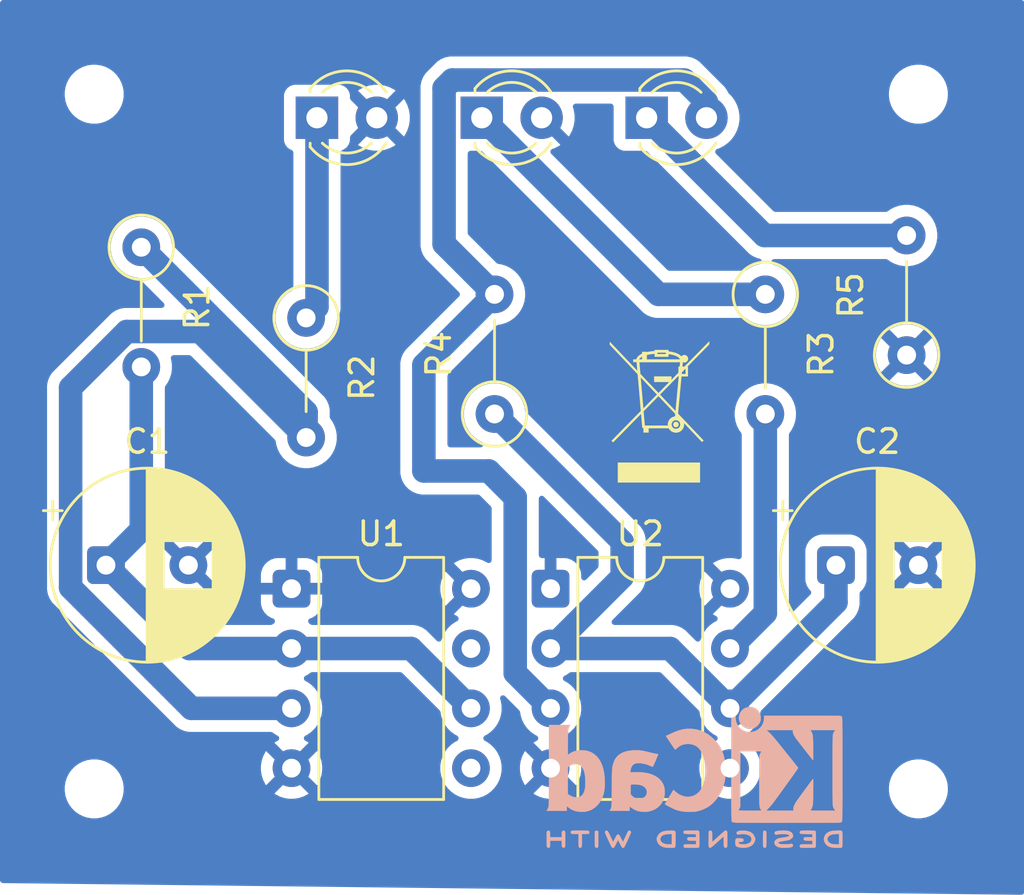
<source format=kicad_pcb>
(kicad_pcb (version 20241229) (generator "pcbnew") (generator_version "9.0")
  (layers (0 "F.Cu" signal) (2 "B.Cu" signal) (13 "F.Paste" user) (15 "B.Paste" user) (5 "F.SilkS" user "F.Silkscreen") (7 "B.SilkS" user "B.Silkscreen") (1 "F.Mask" user) (3 "B.Mask" user) (25 "Edge.Cuts" user))
  (net 0 "")
  (net 1 "Net-(D1-K)")
  (net 2 "Net-(D2-A)")
  (net 3 "GND")
  (net 4 "Net-(U1-THR)")
  (net 5 "Net-(U2-THR)")
  (net 6 "Net-(D2-K)")
  (net 7 "Net-(D3-K)")
  (net 8 "Net-(U1-Q)")
  (net 9 "Net-(U2-DIS)")
  (footprint "Package_DIP:DIP-8_W7.62mm" (layer "F.Cu") (at 153.38 103.5)
    (property "Reference" "U1" (at 3.81 -2.33 0) (layer "F.SilkS"))
    (property "Value" "NE555P" (hide yes))
    (pad "1" thru_hole roundrect (at 0 0) (size 1.6 1.6) (drill 0.8) (layers "*.Cu" "*.Mask") (roundrect_rratio 0.15625) (net 3 "GND"))
    (pad "2" thru_hole circle (at 0 2.54) (size 1.6 1.6) (drill 0.8) (layers "*.Cu" "*.Mask") (net 4 "Net-(U1-THR)"))
    (pad "3" thru_hole circle (at 0 5.08) (size 1.6 1.6) (drill 0.8) (layers "*.Cu" "*.Mask") (net 8 "Net-(U1-Q)"))
    (pad "4" thru_hole circle (at 0 7.62) (size 1.6 1.6) (drill 0.8) (layers "*.Cu" "*.Mask") (net 3 "GND"))
    (pad "5" thru_hole circle (at 7.62 7.62) (size 1.6 1.6) (drill 0.8) (layers "*.Cu" "*.Mask"))
    (pad "6" thru_hole circle (at 7.62 5.08) (size 1.6 1.6) (drill 0.8) (layers "*.Cu" "*.Mask") (net 4 "Net-(U1-THR)"))
    (pad "7" thru_hole circle (at 7.62 2.54) (size 1.6 1.6) (drill 0.8) (layers "*.Cu" "*.Mask"))
    (pad "8" thru_hole circle (at 7.62 0) (size 1.6 1.6) (drill 0.8) (layers "*.Cu" "*.Mask") (net 3 "GND"))
  )
  (footprint "MountingHole:MountingHole_2mm" (layer "F.Cu") (at 145 82.5)
    (property "Reference" "H1" (hide yes))
    (property "Value" "MountingHole" (hide yes))
    (pad "" np_thru_hole circle (at 0 0) (size 2 2) (drill 2) (layers "*.Cu" "*.Mask"))
  )
  (footprint "LED_THT:LED_D3.0mm" (layer "F.Cu") (at 154.46 83.5)
    (property "Reference" "D1" (hide yes))
    (property "Value" "Red")
    (pad "1" thru_hole rect (at 0 0) (size 1.8 1.8) (drill 0.9) (layers "*.Cu" "*.Mask") (net 1 "Net-(D1-K)"))
    (pad "2" thru_hole circle (at 2.54 0) (size 1.8 1.8) (drill 0.9) (layers "*.Cu" "*.Mask") (net 3 "GND"))
  )
  (footprint "MountingHole:MountingHole_2mm" (layer "F.Cu") (at 180 82.5)
    (property "Reference" "H2" (hide yes))
    (property "Value" "MountingHole" (hide yes))
    (pad "" np_thru_hole circle (at 0 0) (size 2 2) (drill 2) (layers "*.Cu" "*.Mask"))
  )
  (footprint "Resistor_THT:R_Axial_DIN0207_L6.3mm_D2.5mm_P5.08mm_Vertical" (layer "F.Cu") (at 179.5 93.58 90)
    (property "Reference" "R5" (at 2.54 -2.37 90) (layer "F.SilkS"))
    (property "Value" "220" (hide yes))
    (pad "1" thru_hole circle (at 0 0 90) (size 1.6 1.6) (drill 0.8) (layers "*.Cu" "*.Mask") (net 3 "GND"))
    (pad "2" thru_hole circle (at 5.08 0 90) (size 1.6 1.6) (drill 0.8) (layers "*.Cu" "*.Mask") (net 6 "Net-(D2-K)"))
  )
  (footprint "Resistor_THT:R_Axial_DIN0207_L6.3mm_D2.5mm_P5.08mm_Vertical" (layer "F.Cu") (at 154 92 -90)
    (property "Reference" "R2" (at 2.54 -2.37 90) (layer "F.SilkS"))
    (property "Value" "220" (hide yes))
    (pad "1" thru_hole circle (at 0 0 270) (size 1.6 1.6) (drill 0.8) (layers "*.Cu" "*.Mask") (net 1 "Net-(D1-K)"))
    (pad "2" thru_hole circle (at 5.08 0 270) (size 1.6 1.6) (drill 0.8) (layers "*.Cu" "*.Mask") (net 8 "Net-(U1-Q)"))
  )
  (footprint "LED_THT:LED_D3.0mm" (layer "F.Cu") (at 168.46 83.5)
    (property "Reference" "D2" (hide yes))
    (property "Value" "Green")
    (pad "1" thru_hole rect (at 0 0) (size 1.8 1.8) (drill 0.9) (layers "*.Cu" "*.Mask") (net 6 "Net-(D2-K)"))
    (pad "2" thru_hole circle (at 2.54 0) (size 1.8 1.8) (drill 0.9) (layers "*.Cu" "*.Mask") (net 2 "Net-(D2-A)"))
  )
  (footprint "Resistor_THT:R_Axial_DIN0207_L6.3mm_D2.5mm_P5.08mm_Vertical" (layer "F.Cu") (at 162 96.08 90)
    (property "Reference" "R4" (at 2.54 -2.37 90) (layer "F.SilkS"))
    (property "Value" "33k" (hide yes))
    (pad "1" thru_hole circle (at 0 0 90) (size 1.6 1.6) (drill 0.8) (layers "*.Cu" "*.Mask") (net 5 "Net-(U2-THR)"))
    (pad "2" thru_hole circle (at 5.08 0 90) (size 1.6 1.6) (drill 0.8) (layers "*.Cu" "*.Mask") (net 2 "Net-(D2-A)"))
  )
  (footprint "Package_DIP:DIP-8_W7.62mm" (layer "F.Cu") (at 164.38 103.5)
    (property "Reference" "U2" (at 3.81 -2.33 0) (layer "F.SilkS"))
    (property "Value" "NE555P" (hide yes))
    (pad "1" thru_hole roundrect (at 0 0) (size 1.6 1.6) (drill 0.8) (layers "*.Cu" "*.Mask") (roundrect_rratio 0.15625) (net 3 "GND"))
    (pad "2" thru_hole circle (at 0 2.54) (size 1.6 1.6) (drill 0.8) (layers "*.Cu" "*.Mask") (net 5 "Net-(U2-THR)"))
    (pad "3" thru_hole circle (at 0 5.08) (size 1.6 1.6) (drill 0.8) (layers "*.Cu" "*.Mask") (net 2 "Net-(D2-A)"))
    (pad "4" thru_hole circle (at 0 7.62) (size 1.6 1.6) (drill 0.8) (layers "*.Cu" "*.Mask") (net 3 "GND"))
    (pad "5" thru_hole circle (at 7.62 7.62) (size 1.6 1.6) (drill 0.8) (layers "*.Cu" "*.Mask"))
    (pad "6" thru_hole circle (at 7.62 5.08) (size 1.6 1.6) (drill 0.8) (layers "*.Cu" "*.Mask") (net 5 "Net-(U2-THR)"))
    (pad "7" thru_hole circle (at 7.62 2.54) (size 1.6 1.6) (drill 0.8) (layers "*.Cu" "*.Mask") (net 9 "Net-(U2-DIS)"))
    (pad "8" thru_hole circle (at 7.62 0) (size 1.6 1.6) (drill 0.8) (layers "*.Cu" "*.Mask") (net 3 "GND"))
  )
  (footprint "Symbol:WEEE-Logo_4.2x6mm_SilkScreen" (layer "F.Cu") (at 169 96)
    (property "Reference" "REF**" (hide yes))
    (property "Value" "WEEE-Logo_4.2x6mm_SilkScreen" (hide yes))
  )
  (footprint "MountingHole:MountingHole_2mm" (layer "F.Cu") (at 180 112)
    (property "Reference" "H4" (hide yes))
    (property "Value" "MountingHole" (hide yes))
    (pad "" np_thru_hole circle (at 0 0) (size 2 2) (drill 2) (layers "*.Cu" "*.Mask"))
  )
  (footprint "MountingHole:MountingHole_2mm" (layer "F.Cu") (at 145 112)
    (property "Reference" "H3" (hide yes))
    (property "Value" "MountingHole" (hide yes))
    (pad "" np_thru_hole circle (at 0 0) (size 2 2) (drill 2) (layers "*.Cu" "*.Mask"))
  )
  (footprint "Capacitor_THT:CP_Radial_D8.0mm_P3.50mm" (layer "F.Cu") (at 176.5 102.5)
    (property "Reference" "C2" (at 1.75 -5.25 0) (layer "F.SilkS"))
    (property "Value" "100uF" (hide yes))
    (pad "1" thru_hole roundrect (at 0 0) (size 1.6 1.6) (drill 0.8) (layers "*.Cu" "*.Mask") (roundrect_rratio 0.15625) (net 5 "Net-(U2-THR)"))
    (pad "2" thru_hole circle (at 3.5 0) (size 1.6 1.6) (drill 0.8) (layers "*.Cu" "*.Mask") (net 3 "GND"))
  )
  (footprint "Resistor_THT:R_Axial_DIN0207_L6.3mm_D2.5mm_P5.08mm_Vertical" (layer "F.Cu") (at 173.5 91 -90)
    (property "Reference" "R3" (at 2.54 -2.37 90) (layer "F.SilkS"))
    (property "Value" "220" (hide yes))
    (pad "1" thru_hole circle (at 0 0 270) (size 1.6 1.6) (drill 0.8) (layers "*.Cu" "*.Mask") (net 7 "Net-(D3-K)"))
    (pad "2" thru_hole circle (at 5.08 0 270) (size 1.6 1.6) (drill 0.8) (layers "*.Cu" "*.Mask") (net 9 "Net-(U2-DIS)"))
  )
  (footprint "Capacitor_THT:CP_Radial_D8.0mm_P3.50mm" (layer "F.Cu") (at 145.5 102.5)
    (property "Reference" "C1" (at 1.75 -5.25 0) (layer "F.SilkS"))
    (property "Value" "100uF" (hide yes))
    (pad "1" thru_hole roundrect (at 0 0) (size 1.6 1.6) (drill 0.8) (layers "*.Cu" "*.Mask") (roundrect_rratio 0.15625) (net 4 "Net-(U1-THR)"))
    (pad "2" thru_hole circle (at 3.5 0) (size 1.6 1.6) (drill 0.8) (layers "*.Cu" "*.Mask") (net 3 "GND"))
  )
  (footprint "LED_THT:LED_D3.0mm" (layer "F.Cu") (at 161.46 83.5)
    (property "Reference" "D3" (hide yes))
    (property "Value" "Yellow")
    (pad "1" thru_hole rect (at 0 0) (size 1.8 1.8) (drill 0.9) (layers "*.Cu" "*.Mask") (net 7 "Net-(D3-K)"))
    (pad "2" thru_hole circle (at 2.54 0) (size 1.8 1.8) (drill 0.9) (layers "*.Cu" "*.Mask") (net 3 "GND"))
  )
  (footprint "Resistor_THT:R_Axial_DIN0207_L6.3mm_D2.5mm_P5.08mm_Vertical" (layer "F.Cu") (at 147 89 -90)
    (property "Reference" "R1" (at 2.54 -2.37 90) (layer "F.SilkS"))
    (property "Value" "100k" (hide yes))
    (pad "1" thru_hole circle (at 0 0 270) (size 1.6 1.6) (drill 0.8) (layers "*.Cu" "*.Mask") (net 8 "Net-(U1-Q)"))
    (pad "2" thru_hole circle (at 5.08 0 270) (size 1.6 1.6) (drill 0.8) (layers "*.Cu" "*.Mask") (net 4 "Net-(U1-THR)"))
  )
  (footprint "Symbol:KiCad-Logo2_5mm_SilkScreen" (layer "B.Cu") (at 170.5 111.5 180)
    (property "Reference" "REF**" (hide yes))
    (property "Value" "KiCad-Logo2_5mm_SilkScreen" (hide yes))
  )
  (gr_rect (start 142 79.5) (end 183.5 115) (stroke (width 0.2)) (fill no) (layer "F.Cu") (net 4))
  (segment (start 154.46 83.5) (end 154.46 91.54) (width 1) (layer "B.Cu") (net 1))
  (segment (start 154.46 91.54) (end 154 92) (width 1) (layer "B.Cu") (net 1))
  (segment (start 159 94) (end 162 91) (width 1) (layer "B.Cu") (net 2))
  (segment (start 162.879 107.079) (end 162.879 99.621) (width 1) (layer "B.Cu") (net 2))
  (segment (start 162.879 99.621) (end 161.758 98.5) (width 1) (layer "B.Cu") (net 2))
  (segment (start 171 82.838) (end 170.061 81.899) (width 1) (layer "B.Cu") (net 2))
  (segment (start 159.859 82.242) (end 159.859 88.859) (width 1) (layer "B.Cu") (net 2))
  (segment (start 171 83.5) (end 171 82.838) (width 1) (layer "B.Cu") (net 2))
  (segment (start 170.061 81.899) (end 160.202 81.899) (width 1) (layer "B.Cu") (net 2))
  (segment (start 161.758 98.5) (end 159 98.5) (width 1) (layer "B.Cu") (net 2))
  (segment (start 159.859 88.859) (end 162 91) (width 1) (layer "B.Cu") (net 2))
  (segment (start 164.38 108.58) (end 162.879 107.079) (width 1) (layer "B.Cu") (net 2))
  (segment (start 159 98.5) (end 159 94) (width 1) (layer "B.Cu") (net 2))
  (segment (start 160.202 81.899) (end 159.859 82.242) (width 1) (layer "B.Cu") (net 2))
  (segment (start 147 94.08) (end 147 94) (width 1) (layer "F.Cu") (net 4))
  (segment (start 153.38 106.04) (end 158.46 106.04) (width 1) (layer "B.Cu") (net 4))
  (segment (start 153.38 106.04) (end 149.04 106.04) (width 1) (layer "B.Cu") (net 4))
  (segment (start 149.04 106.04) (end 145.5 102.5) (width 1) (layer "B.Cu") (net 4))
  (segment (start 158.46 106.04) (end 161 108.58) (width 1) (layer "B.Cu") (net 4))
  (segment (start 147 101) (end 145.5 102.5) (width 1) (layer "B.Cu") (net 4))
  (segment (start 147 94.08) (end 147 101) (width 1) (layer "B.Cu") (net 4))
  (segment (start 167.42 101.5) (end 162 96.08) (width 1) (layer "B.Cu") (net 5))
  (segment (start 172 108.58) (end 176.5 104.08) (width 1) (layer "B.Cu") (net 5))
  (segment (start 164.38 106.04) (end 167.42 103) (width 1) (layer "B.Cu") (net 5))
  (segment (start 167.42 103) (end 167.42 101.5) (width 1) (layer "B.Cu") (net 5))
  (segment (start 176.5 104.08) (end 176.5 102.5) (width 1) (layer "B.Cu") (net 5))
  (segment (start 169.46 106.04) (end 172 108.58) (width 1) (layer "B.Cu") (net 5))
  (segment (start 164.38 106.04) (end 169.46 106.04) (width 1) (layer "B.Cu") (net 5))
  (segment (start 173.46 88.5) (end 179.5 88.5) (width 1) (layer "B.Cu") (net 6))
  (segment (start 168.46 83.5) (end 173.46 88.5) (width 1) (layer "B.Cu") (net 6))
  (segment (start 168.96 91) (end 173.5 91) (width 1) (layer "B.Cu") (net 7))
  (segment (start 161.46 83.5) (end 168.96 91) (width 1) (layer "B.Cu") (net 7))
  (segment (start 143.999 94.958265) (end 143.999 103.450844) (width 1) (layer "B.Cu") (net 8))
  (segment (start 143.999 103.450844) (end 149.128156 108.58) (width 1) (layer "B.Cu") (net 8))
  (segment (start 146.378265 92.579) (end 143.999 94.958265) (width 1) (layer "B.Cu") (net 8))
  (segment (start 149.499 92.579) (end 146.378265 92.579) (width 1) (layer "B.Cu") (net 8))
  (segment (start 149.128156 108.58) (end 153.38 108.58) (width 1) (layer "B.Cu") (net 8))
  (segment (start 147 89) (end 154 96) (width 1) (layer "B.Cu") (net 8))
  (segment (start 154 97.08) (end 149.499 92.579) (width 1) (layer "B.Cu") (net 8))
  (segment (start 154 96) (end 154 97.08) (width 1) (layer "B.Cu") (net 8))
  (segment (start 173.5 104.54) (end 173.5 96.08) (width 1) (layer "B.Cu") (net 9))
  (segment (start 172 106.04) (end 173.5 104.54) (width 1) (layer "B.Cu") (net 9))
  (zone (net 3) (net_name "GND") (layer "B.Cu") (connect_pads (clearance 0.5)) (min_thickness 0.25) (fill yes (thermal_gap 0.5) (thermal_bridge_width 0.5))
    (polygon (pts (xy 141 78.5) (xy 184.5 78.5) (xy 184.5 116.5) (xy 141 116)))
  )
)
</source>
